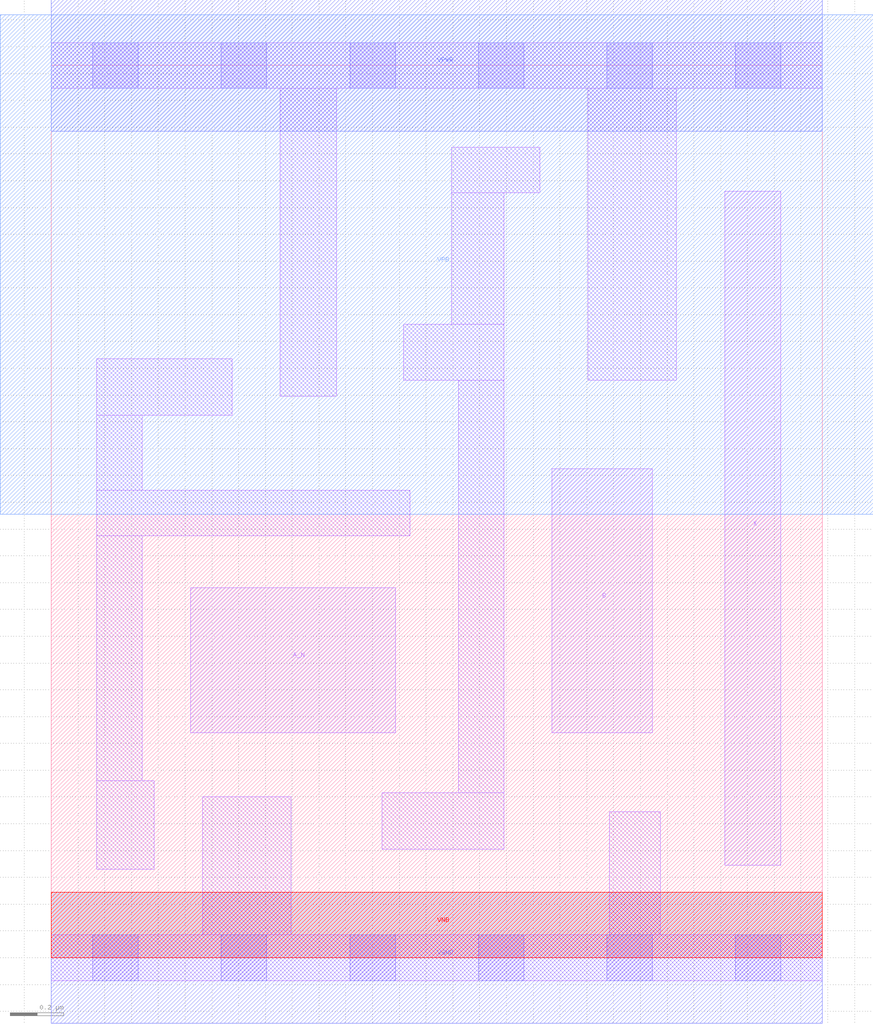
<source format=lef>
# Copyright 2020 The SkyWater PDK Authors
#
# Licensed under the Apache License, Version 2.0 (the "License");
# you may not use this file except in compliance with the License.
# You may obtain a copy of the License at
#
#     https://www.apache.org/licenses/LICENSE-2.0
#
# Unless required by applicable law or agreed to in writing, software
# distributed under the License is distributed on an "AS IS" BASIS,
# WITHOUT WARRANTIES OR CONDITIONS OF ANY KIND, either express or implied.
# See the License for the specific language governing permissions and
# limitations under the License.
#
# SPDX-License-Identifier: Apache-2.0

VERSION 5.7 ;
  NOWIREEXTENSIONATPIN ON ;
  DIVIDERCHAR "/" ;
  BUSBITCHARS "[]" ;
MACRO sky130_fd_sc_lp__and2b_m
  CLASS CORE ;
  FOREIGN sky130_fd_sc_lp__and2b_m ;
  ORIGIN  0.000000  0.000000 ;
  SIZE  2.880000 BY  3.330000 ;
  SYMMETRY X Y R90 ;
  SITE unit ;
  PIN A_N
    ANTENNAGATEAREA  0.126000 ;
    DIRECTION INPUT ;
    USE SIGNAL ;
    PORT
      LAYER li1 ;
        RECT 0.520000 0.840000 1.285000 1.380000 ;
    END
  END A_N
  PIN B
    ANTENNAGATEAREA  0.126000 ;
    DIRECTION INPUT ;
    USE SIGNAL ;
    PORT
      LAYER li1 ;
        RECT 1.870000 0.840000 2.245000 1.825000 ;
    END
  END B
  PIN X
    ANTENNADIFFAREA  0.222600 ;
    DIRECTION OUTPUT ;
    USE SIGNAL ;
    PORT
      LAYER li1 ;
        RECT 2.515000 0.345000 2.725000 2.860000 ;
    END
  END X
  PIN VGND
    DIRECTION INOUT ;
    USE GROUND ;
    PORT
      LAYER met1 ;
        RECT 0.000000 -0.245000 2.880000 0.245000 ;
    END
  END VGND
  PIN VNB
    DIRECTION INOUT ;
    USE GROUND ;
    PORT
      LAYER pwell ;
        RECT 0.000000 0.000000 2.880000 0.245000 ;
    END
  END VNB
  PIN VPB
    DIRECTION INOUT ;
    USE POWER ;
    PORT
      LAYER nwell ;
        RECT -0.190000 1.655000 3.070000 3.520000 ;
    END
  END VPB
  PIN VPWR
    DIRECTION INOUT ;
    USE POWER ;
    PORT
      LAYER met1 ;
        RECT 0.000000 3.085000 2.880000 3.575000 ;
    END
  END VPWR
  OBS
    LAYER li1 ;
      RECT 0.000000 -0.085000 2.880000 0.085000 ;
      RECT 0.000000  3.245000 2.880000 3.415000 ;
      RECT 0.170000  0.330000 0.385000 0.660000 ;
      RECT 0.170000  0.660000 0.340000 1.575000 ;
      RECT 0.170000  1.575000 1.340000 1.745000 ;
      RECT 0.170000  1.745000 0.340000 2.025000 ;
      RECT 0.170000  2.025000 0.675000 2.235000 ;
      RECT 0.565000  0.085000 0.895000 0.600000 ;
      RECT 0.855000  2.095000 1.065000 3.245000 ;
      RECT 1.235000  0.405000 1.690000 0.615000 ;
      RECT 1.315000  2.155000 1.690000 2.365000 ;
      RECT 1.495000  2.365000 1.690000 2.855000 ;
      RECT 1.495000  2.855000 1.825000 3.025000 ;
      RECT 1.520000  0.615000 1.690000 2.155000 ;
      RECT 2.005000  2.155000 2.335000 3.245000 ;
      RECT 2.085000  0.085000 2.275000 0.545000 ;
    LAYER mcon ;
      RECT 0.155000 -0.085000 0.325000 0.085000 ;
      RECT 0.155000  3.245000 0.325000 3.415000 ;
      RECT 0.635000 -0.085000 0.805000 0.085000 ;
      RECT 0.635000  3.245000 0.805000 3.415000 ;
      RECT 1.115000 -0.085000 1.285000 0.085000 ;
      RECT 1.115000  3.245000 1.285000 3.415000 ;
      RECT 1.595000 -0.085000 1.765000 0.085000 ;
      RECT 1.595000  3.245000 1.765000 3.415000 ;
      RECT 2.075000 -0.085000 2.245000 0.085000 ;
      RECT 2.075000  3.245000 2.245000 3.415000 ;
      RECT 2.555000 -0.085000 2.725000 0.085000 ;
      RECT 2.555000  3.245000 2.725000 3.415000 ;
  END
END sky130_fd_sc_lp__and2b_m
END LIBRARY

</source>
